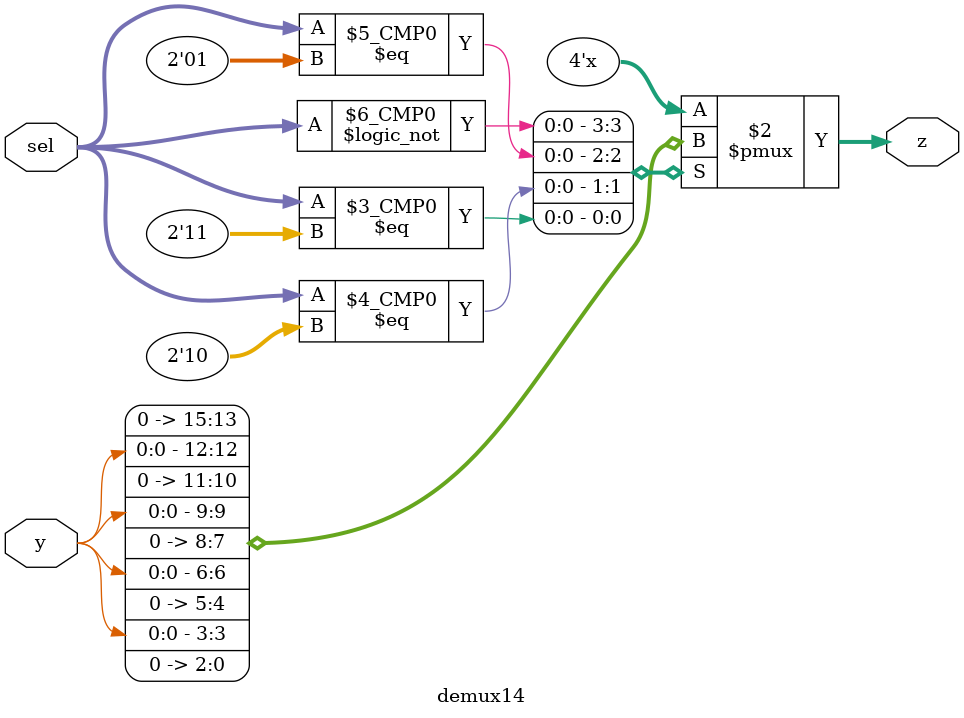
<source format=v>
`timescale 1ns / 1ps

module demux14(
    input y,
    input [1:0] sel,
    output reg [3:0] z
    );
    
always@(*)
begin
    case(sel)
    
    2'b00: z <= {3'b00, y};
    2'b01: z <= {2'b00, y, 1'b0};
    2'b10: z <= {1'b00, y, 2'b00};
    2'b11: z <= {y, 3'b00};
    
    default: z = 0;
    
    endcase
    
end
endmodule

</source>
